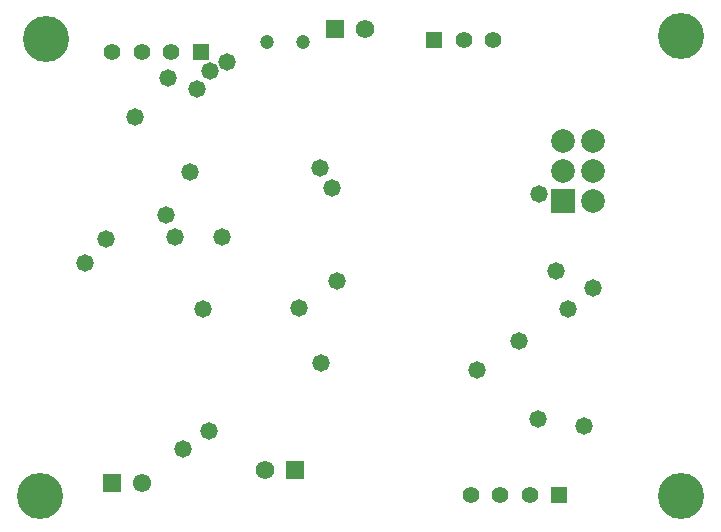
<source format=gbs>
G04*
G04 #@! TF.GenerationSoftware,Altium Limited,Altium Designer,23.6.0 (18)*
G04*
G04 Layer_Color=16711935*
%FSLAX44Y44*%
%MOMM*%
G71*
G04*
G04 #@! TF.SameCoordinates,5DEB40B8-84CC-45EF-9636-C6304030FE47*
G04*
G04*
G04 #@! TF.FilePolarity,Negative*
G04*
G01*
G75*
%ADD56C,1.5700*%
%ADD57R,1.5700X1.5700*%
%ADD58R,1.4000X1.4000*%
%ADD59C,1.4000*%
%ADD60R,2.0032X2.0032*%
%ADD61C,2.0032*%
%ADD62R,1.5500X1.5500*%
%ADD63C,1.5500*%
%ADD64C,1.4732*%
%ADD65C,3.9032*%
%ADD66C,1.2032*%
D56*
X305054Y425958D02*
D03*
X220726Y52324D02*
D03*
D57*
X279654Y425958D02*
D03*
X246126Y52324D02*
D03*
D58*
X363512Y416052D02*
D03*
X165932Y405892D02*
D03*
X469354Y31242D02*
D03*
D59*
X388512Y416052D02*
D03*
X413512D02*
D03*
X90932Y405892D02*
D03*
X115932D02*
D03*
X140932D02*
D03*
X394354Y31242D02*
D03*
X419354D02*
D03*
X444354D02*
D03*
D60*
X472948Y280416D02*
D03*
D61*
X498348D02*
D03*
X472948Y305816D02*
D03*
X498348D02*
D03*
X472948Y331216D02*
D03*
X498348D02*
D03*
D62*
X91078Y41656D02*
D03*
D63*
X116078D02*
D03*
D64*
X249428Y189230D02*
D03*
X68326Y227584D02*
D03*
X183642Y249576D02*
D03*
X136906Y268288D02*
D03*
X143764Y249936D02*
D03*
X490474Y89916D02*
D03*
X451866Y95250D02*
D03*
X267970Y143002D02*
D03*
X281178Y212598D02*
D03*
X266700Y307594D02*
D03*
X400050Y137160D02*
D03*
X167894Y188976D02*
D03*
X110236Y350774D02*
D03*
X162324Y374867D02*
D03*
X188468Y397510D02*
D03*
X173482Y390144D02*
D03*
X156464Y304546D02*
D03*
X85852Y247650D02*
D03*
X497840Y206502D02*
D03*
X452628Y285750D02*
D03*
X466852Y220726D02*
D03*
X477266Y188722D02*
D03*
X435610Y161544D02*
D03*
X172720Y85598D02*
D03*
X150876Y70104D02*
D03*
X137922Y383794D02*
D03*
X276860Y291338D02*
D03*
D65*
X34544Y417322D02*
D03*
X572456Y420000D02*
D03*
X30000Y30000D02*
D03*
X572456D02*
D03*
D66*
X221742Y414274D02*
D03*
X252730Y414528D02*
D03*
M02*

</source>
